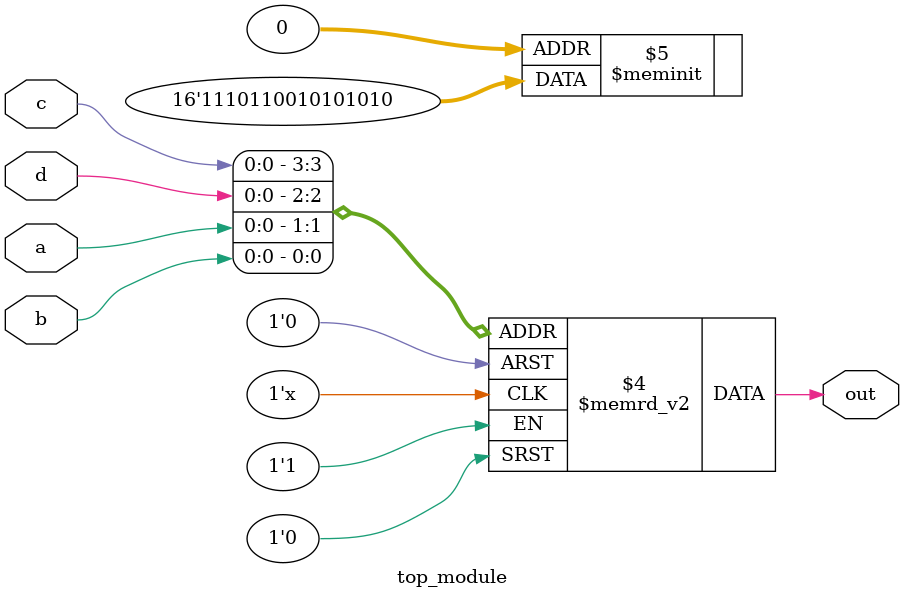
<source format=sv>
module top_module (
    input a, 
    input b,
    input c,
    input d,
    output reg out
);
    always @(*) begin
        case ({c, d, a, b})
            4'b0001, 4'b0011, 4'b0101, 4'b0111, 4'b1010, 4'b1011,
            4'b1101, 4'b1110, 4'b1111: out = 1;
            4'b0000, 4'b0010, 4'b0100, 4'b0110, 4'b1000, 4'b1001,
            4'b1100         : out = 0;
            default         : out = 0; // Treat don't-care as 0 for simplicity
        endcase
    end
endmodule

</source>
